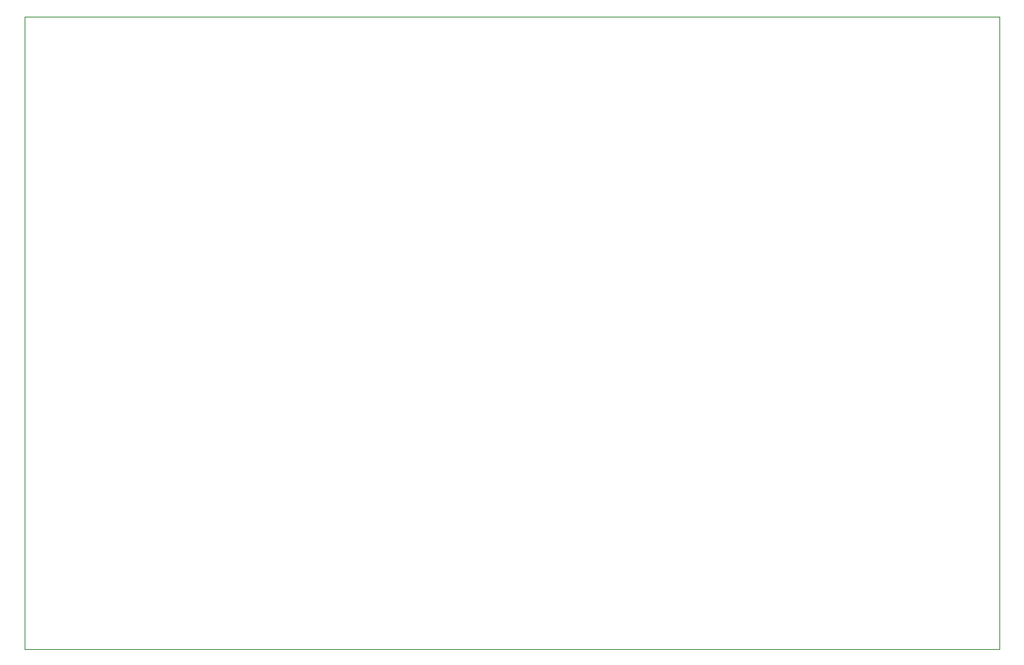
<source format=gbr>
%TF.GenerationSoftware,KiCad,Pcbnew,8.0.2*%
%TF.CreationDate,2024-06-07T00:11:44+02:00*%
%TF.ProjectId,BBC,4242432e-6b69-4636-9164-5f7063625858,rev?*%
%TF.SameCoordinates,Original*%
%TF.FileFunction,Profile,NP*%
%FSLAX46Y46*%
G04 Gerber Fmt 4.6, Leading zero omitted, Abs format (unit mm)*
G04 Created by KiCad (PCBNEW 8.0.2) date 2024-06-07 00:11:44*
%MOMM*%
%LPD*%
G01*
G04 APERTURE LIST*
%TA.AperFunction,Profile*%
%ADD10C,0.050000*%
%TD*%
G04 APERTURE END LIST*
D10*
X140000000Y-101000000D02*
X36000000Y-101000000D01*
X36000000Y-33500000D01*
X140000000Y-33500000D01*
X140000000Y-101000000D01*
M02*

</source>
